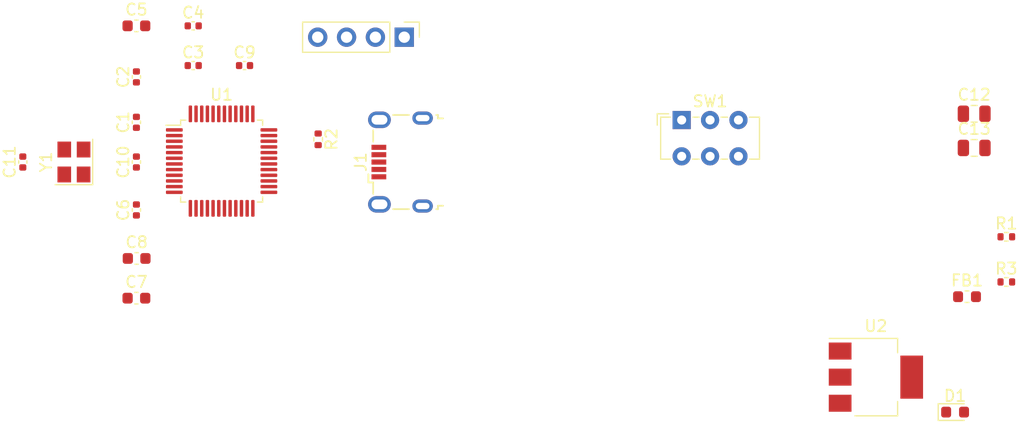
<source format=kicad_pcb>
(kicad_pcb (version 20221018) (generator pcbnew)
  (layers (0 "F.Cu" signal) (31 "B.Cu" power) (34 "B.Paste" user) (35 "F.Paste" user) (36 "B.SilkS" user "B.Silkscreen") (37 "F.SilkS" user "F.Silkscreen") (38 "B.Mask" user) (39 "F.Mask" user) (44 "Edge.Cuts" user))
  (net 0 "")
  (net 1 "+3.3V")
  (net 2 "GND")
  (net 3 "+3.3VA")
  (net 4 "/NRST")
  (net 5 "/HSE_IN")
  (net 6 "/HSE_OUT")
  (net 7 "VBUS")
  (net 8 "Net-(D1-K)")
  (net 9 "/USB_D-")
  (net 10 "/USB_D+")
  (net 13 "/SWDIO")
  (net 14 "/SWCLK")
  (net 15 "Net-(SW1-B)")
  (net 16 "/BOOT0")
  (footprint "Resistor_SMD:R_0402_1005Metric" (layer "F.Cu") (at 169.08 102.57)
    (fp_text reference "R3" (at 0 -1.17) (layer "F.SilkS"))
    (fp_text value "1K5")
    (fp_line (start -0.153641 -0.38) (end 0.153641 -0.38) (stroke (width 0.12)) (layer "F.SilkS"))
    (fp_line (start -0.153641 0.38) (end 0.153641 0.38) (stroke (width 0.12)) (layer "F.SilkS"))
    (pad "1" smd roundrect (at -0.51 0) (size 0.54 0.64) (layers "F.Cu" "F.Paste" "F.Mask") (net 8 "Net-(D1-K)"))
    (pad "2" smd roundrect (at 0.51 0) (size 0.54 0.64) (layers "F.Cu" "F.Paste" "F.Mask") (net 2 "GND"))
  )
  (footprint "Button_Switch_THT:SW_E-Switch_EG1271_SPDT" (layer "F.Cu") (at 140.5 88.3)
    (fp_text reference "SW1" (at 2.5 -1.65) (layer "F.SilkS"))
    (fp_text value "SW_SPDT")
    (fp_line (start -2.15 -0.55) (end -1.15 -0.55) (stroke (width 0.12)) (layer "F.SilkS"))
    (fp_line (start -2.15 0.45) (end -2.15 -0.55) (stroke (width 0.12)) (layer "F.SilkS"))
    (fp_line (start -1.85 -0.25) (end -1 -0.25) (stroke (width 0.12)) (layer "F.SilkS"))
    (fp_line (start -1.85 3.45) (end -1.85 -0.25) (stroke (width 0.12)) (layer "F.SilkS"))
    (fp_line (start -0.97 3.45) (end -1.85 3.45) (stroke (width 0.12)) (layer "F.SilkS"))
    (fp_line (start 1 -0.25) (end 1.53 -0.25) (stroke (width 0.12)) (layer "F.SilkS"))
    (fp_line (start 1.53 3.45) (end 0.97 3.45) (stroke (width 0.12)) (layer "F.SilkS"))
    (fp_line (start 3.47 -0.25) (end 4.03 -0.25) (stroke (width 0.12)) (layer "F.SilkS"))
    (fp_line (start 4.02 3.45) (end 3.47 3.45) (stroke (width 0.12)) (layer "F.SilkS"))
    (fp_line (start 5.97 -0.25) (end 6.85 -0.25) (stroke (width 0.12)) (layer "F.SilkS"))
    (fp_line (start 6.85 -0.25) (end 6.85 3.45) (stroke (width 0.12)) (layer "F.SilkS"))
    (fp_line (start 6.85 3.45) (end 5.98 3.45) (stroke (width 0.12)) (layer "F.SilkS"))
    (pad "1" thru_hole rect (at 0 0) (size 1.6 1.6) (drill 0.8) (layers "*.Cu" "*.Mask") (net 2 "GND"))
    (pad "2" thru_hole circle (at 2.5 0) (size 1.6 1.6) (drill 0.8) (layers "*.Cu" "*.Mask") (net 15 "Net-(SW1-B)"))
    (pad "3" thru_hole circle (at 5 0) (size 1.6 1.6) (drill 0.8) (layers "*.Cu" "*.Mask") (net 1 "+3.3V"))
    (pad "4" thru_hole circle (at 0 3.2) (size 1.6 1.6) (drill 0.8) (layers "*.Cu" "*.Mask"))
    (pad "5" thru_hole circle (at 2.5 3.2) (size 1.6 1.6) (drill 0.8) (layers "*.Cu" "*.Mask"))
    (pad "6" thru_hole circle (at 5 3.2) (size 1.6 1.6) (drill 0.8) (layers "*.Cu" "*.Mask"))
  )
  (footprint "Package_TO_SOT_SMD:SOT-223-3_TabPin2" (layer "F.Cu") (at 157.6 110.96)
    (fp_text reference "U2" (at 0 -4.5) (layer "F.SilkS"))
    (fp_text value "AMS1117-3.3")
    (fp_line (start -4.1 -3.41) (end 1.91 -3.41) (stroke (width 0.12)) (layer "F.SilkS"))
    (fp_line (start -1.85 3.41) (end 1.91 3.41) (stroke (width 0.12)) (layer "F.SilkS"))
    (fp_line (start 1.91 -3.41) (end 1.91 -2.15) (stroke (width 0.12)) (layer "F.SilkS"))
    (fp_line (start 1.91 3.41) (end 1.91 2.15) (stroke (width 0.12)) (layer "F.SilkS"))
    (pad "1" smd rect (at -3.15 -2.3) (size 2 1.5) (layers "F.Cu" "F.Paste" "F.Mask") (net 2 "GND"))
    (pad "2" smd rect (at -3.15 0) (size 2 1.5) (layers "F.Cu" "F.Paste" "F.Mask") (net 1 "+3.3V"))
    (pad "2" smd rect (at 3.15 0) (size 2 3.8) (layers "F.Cu" "F.Paste" "F.Mask") (net 1 "+3.3V"))
    (pad "3" smd rect (at -3.15 2.3) (size 2 1.5) (layers "F.Cu" "F.Paste" "F.Mask") (net 7 "VBUS"))
  )
  (footprint "Capacitor_SMD:C_0805_2012Metric" (layer "F.Cu") (at 166.25 87.75)
    (fp_text reference "C12" (at 0 -1.68) (layer "F.SilkS"))
    (fp_text value "22u")
    (fp_line (start -0.261252 -0.735) (end 0.261252 -0.735) (stroke (width 0.12)) (layer "F.SilkS"))
    (fp_line (start -0.261252 0.735) (end 0.261252 0.735) (stroke (width 0.12)) (layer "F.SilkS"))
    (pad "1" smd roundrect (at -0.95 0) (size 1 1.45) (layers "F.Cu" "F.Paste" "F.Mask") (net 7 "VBUS"))
    (pad "2" smd roundrect (at 0.95 0) (size 1 1.45) (layers "F.Cu" "F.Paste" "F.Mask") (net 2 "GND"))
  )
  (footprint "Capacitor_SMD:C_0402_1005Metric" (layer "F.Cu") (at 102.02 83.5)
    (fp_text reference "C9" (at 0 -1.16) (layer "F.SilkS"))
    (fp_text value "100n" hide)
    (fp_line (start -0.107836 -0.36) (end 0.107836 -0.36) (stroke (width 0.12)) (layer "F.SilkS"))
    (fp_line (start -0.107836 0.36) (end 0.107836 0.36) (stroke (width 0.12)) (layer "F.SilkS"))
    (pad "1" smd roundrect (at -0.48 0) (size 0.56 0.62) (layers "F.Cu" "F.Paste" "F.Mask") (net 4 "/NRST"))
    (pad "2" smd roundrect (at 0.48 0) (size 0.56 0.62) (layers "F.Cu" "F.Paste" "F.Mask") (net 2 "GND"))
  )
  (footprint "Capacitor_SMD:C_0402_1005Metric" (layer "F.Cu") (at 92.5 88.5 90)
    (fp_text reference "C1" (at 0 -1.16 90) (layer "F.SilkS"))
    (fp_text value "100n" hide)
    (fp_line (start -0.107836 -0.36) (end 0.107836 -0.36) (stroke (width 0.12)) (layer "F.SilkS"))
    (fp_line (start -0.107836 0.36) (end 0.107836 0.36) (stroke (width 0.12)) (layer "F.SilkS"))
    (pad "1" smd roundrect (at -0.48 0 90) (size 0.56 0.62) (layers "F.Cu" "F.Paste" "F.Mask") (net 1 "+3.3V"))
    (pad "2" smd roundrect (at 0.48 0 90) (size 0.56 0.62) (layers "F.Cu" "F.Paste" "F.Mask") (net 2 "GND"))
  )
  (footprint "Connector_PinHeader_2.54mm:PinHeader_1x04_P2.54mm_Vertical" (layer "F.Cu") (at 116.08 81 -90)
    (fp_text reference "J2" hide)
    (fp_text value "Conn_01x04_Pin" hide)
    (fp_line (start -1.33 -1.33) (end 0 -1.33) (stroke (width 0.12)) (layer "F.SilkS"))
    (fp_line (start -1.33 0) (end -1.33 -1.33) (stroke (width 0.12)) (layer "F.SilkS"))
    (fp_line (start -1.33 1.27) (end -1.33 8.95) (stroke (width 0.12)) (layer "F.SilkS"))
    (fp_line (start -1.33 1.27) (end 1.33 1.27) (stroke (width 0.12)) (layer "F.SilkS"))
    (fp_line (start -1.33 8.95) (end 1.33 8.95) (stroke (width 0.12)) (layer "F.SilkS"))
    (fp_line (start 1.33 1.27) (end 1.33 8.95) (stroke (width 0.12)) (layer "F.SilkS"))
    (pad "1" thru_hole rect (at 0 0 270) (size 1.7 1.7) (drill 1) (layers "*.Cu" "*.Mask") (net 1 "+3.3V"))
    (pad "2" thru_hole oval (at 0 2.54 270) (size 1.7 1.7) (drill 1) (layers "*.Cu" "*.Mask") (net 13 "/SWDIO"))
    (pad "3" thru_hole oval (at 0 5.08 270) (size 1.7 1.7) (drill 1) (layers "*.Cu" "*.Mask") (net 14 "/SWCLK"))
    (pad "4" thru_hole oval (at 0 7.62 270) (size 1.7 1.7) (drill 1) (layers "*.Cu" "*.Mask") (net 2 "GND"))
  )
  (footprint "Capacitor_SMD:C_0603_1608Metric" (layer "F.Cu") (at 92.5 104)
    (fp_text reference "C7" (at 0 -1.43) (layer "F.SilkS"))
    (fp_text value "1u")
    (fp_line (start -0.14058 -0.51) (end 0.14058 -0.51) (stroke (width 0.12)) (layer "F.SilkS"))
    (fp_line (start -0.14058 0.51) (end 0.14058 0.51) (stroke (width 0.12)) (layer "F.SilkS"))
    (pad "1" smd roundrect (at -0.775 0) (size 0.9 0.95) (layers "F.Cu" "F.Paste" "F.Mask") (net 3 "+3.3VA"))
    (pad "2" smd roundrect (at 0.775 0) (size 0.9 0.95) (layers "F.Cu" "F.Paste" "F.Mask") (net 2 "GND"))
  )
  (footprint "Capacitor_SMD:C_0402_1005Metric" (layer "F.Cu") (at 97.5 83.5)
    (fp_text reference "C3" (at 0 -1.16) (layer "F.SilkS"))
    (fp_text value "100n" hide)
    (fp_line (start -0.107836 -0.36) (end 0.107836 -0.36) (stroke (width 0.12)) (layer "F.SilkS"))
    (fp_line (start -0.107836 0.36) (end 0.107836 0.36) (stroke (width 0.12)) (layer "F.SilkS"))
    (pad "1" smd roundrect (at -0.48 0) (size 0.56 0.62) (layers "F.Cu" "F.Paste" "F.Mask") (net 1 "+3.3V"))
    (pad "2" smd roundrect (at 0.48 0) (size 0.56 0.62) (layers "F.Cu" "F.Paste" "F.Mask") (net 2 "GND"))
  )
  (footprint "Capacitor_SMD:C_0402_1005Metric" (layer "F.Cu") (at 82.5 92 90)
    (fp_text reference "C11" (at 0 -1.16 90) (layer "F.SilkS"))
    (fp_text value "10p" hide)
    (fp_line (start -0.107836 -0.36) (end 0.107836 -0.36) (stroke (width 0.12)) (layer "F.SilkS"))
    (fp_line (start -0.107836 0.36) (end 0.107836 0.36) (stroke (width 0.12)) (layer "F.SilkS"))
    (pad "1" smd roundrect (at -0.48 0 90) (size 0.56 0.62) (layers "F.Cu" "F.Paste" "F.Mask") (net 6 "/HSE_OUT"))
    (pad "2" smd roundrect (at 0.48 0 90) (size 0.56 0.62) (layers "F.Cu" "F.Paste" "F.Mask") (net 2 "GND"))
  )
  (footprint "Capacitor_SMD:C_0402_1005Metric" (layer "F.Cu") (at 92.5 96.225 90)
    (fp_text reference "C6" (at 0 -1.16 90) (layer "F.SilkS"))
    (fp_text value "10n" hide)
    (fp_line (start -0.107836 -0.36) (end 0.107836 -0.36) (stroke (width 0.12)) (layer "F.SilkS"))
    (fp_line (start -0.107836 0.36) (end 0.107836 0.36) (stroke (width 0.12)) (layer "F.SilkS"))
    (pad "1" smd roundrect (at -0.48 0 90) (size 0.56 0.62) (layers "F.Cu" "F.Paste" "F.Mask") (net 3 "+3.3VA"))
    (pad "2" smd roundrect (at 0.48 0 90) (size 0.56 0.62) (layers "F.Cu" "F.Paste" "F.Mask") (net 2 "GND"))
  )
  (footprint "Capacitor_SMD:C_0603_1608Metric" (layer "F.Cu") (at 92.5 80)
    (fp_text reference "C5" (at 0 -1.43) (layer "F.SilkS"))
    (fp_text value "10u" hide)
    (fp_line (start -0.14058 -0.51) (end 0.14058 -0.51) (stroke (width 0.12)) (layer "F.SilkS"))
    (fp_line (start -0.14058 0.51) (end 0.14058 0.51) (stroke (width 0.12)) (layer "F.SilkS"))
    (pad "1" smd roundrect (at -0.775 0) (size 0.9 0.95) (layers "F.Cu" "F.Paste" "F.Mask") (net 1 "+3.3V"))
    (pad "2" smd roundrect (at 0.775 0) (size 0.9 0.95) (layers "F.Cu" "F.Paste" "F.Mask") (net 2 "GND"))
  )
  (footprint "LED_SMD:LED_0603_1608Metric" (layer "F.Cu") (at 164.57 114.04)
    (fp_text reference "D1" (at 0 -1.43) (layer "F.SilkS"))
    (fp_text value "RED")
    (fp_line (start -1.485 -0.735) (end -1.485 0.735) (stroke (width 0.12)) (layer "F.SilkS"))
    (fp_line (start -1.485 0.735) (end 0.8 0.735) (stroke (width 0.12)) (layer "F.SilkS"))
    (fp_line (start 0.8 -0.735) (end -1.485 -0.735) (stroke (width 0.12)) (layer "F.SilkS"))
    (pad "1" smd roundrect (at -0.7875 0) (size 0.875 0.95) (layers "F.Cu" "F.Paste" "F.Mask") (net 8 "Net-(D1-K)"))
    (pad "2" smd roundrect (at 0.7875 0) (size 0.875 0.95) (layers "F.Cu" "F.Paste" "F.Mask") (net 1 "+3.3V"))
  )
  (footprint "Inductor_SMD:L_0603_1608Metric" (layer "F.Cu") (at 165.62 103.87)
    (fp_text reference "FB1" (at 0 -1.43) (layer "F.SilkS"))
    (fp_text value "120R")
    (fp_line (start -0.162779 -0.51) (end 0.162779 -0.51) (stroke (width 0.12)) (layer "F.SilkS"))
    (fp_line (start -0.162779 0.51) (end 0.162779 0.51) (stroke (width 0.12)) (layer "F.SilkS"))
    (pad "1" smd roundrect (at -0.7875 0) (size 0.875 0.95) (layers "F.Cu" "F.Paste" "F.Mask") (net 3 "+3.3VA"))
    (pad "2" smd roundrect (at 0.7875 0) (size 0.875 0.95) (layers "F.Cu" "F.Paste" "F.Mask") (net 1 "+3.3V"))
  )
  (footprint "Capacitor_SMD:C_0402_1005Metric" (layer "F.Cu") (at 92.5 92 90)
    (fp_text reference "C10" (at 0 -1.16 90) (layer "F.SilkS"))
    (fp_text value "10p" hide)
    (fp_line (start -0.107836 -0.36) (end 0.107836 -0.36) (stroke (width 0.12)) (layer "F.SilkS"))
    (fp_line (start -0.107836 0.36) (end 0.107836 0.36) (stroke (width 0.12)) (layer "F.SilkS"))
    (pad "1" smd roundrect (at -0.48 0 90) (size 0.56 0.62) (layers "F.Cu" "F.Paste" "F.Mask") (net 5 "/HSE_IN"))
    (pad "2" smd roundrect (at 0.48 0 90) (size 0.56 0.62) (layers "F.Cu" "F.Paste" "F.Mask") (net 2 "GND"))
  )
  (footprint "Connector_USB:USB_Micro-B_Wuerth_629105150521" (layer "F.Cu") (at 115.745 92.005 90)
    (fp_text reference "J1" (at 0 -3.5 90) (layer "F.SilkS"))
    (fp_text value "USB_B_Micro")
    (fp_line (start -4.15 -0.65) (end -4.15 0.75) (stroke (width 0.15)) (layer "F.SilkS"))
    (fp_line (start -4.15 3.15) (end -4.15 3.3) (stroke (width 0.15)) (layer "F.SilkS"))
    (fp_line (start -4.15 3.3) (end -3.85 3.3) (stroke (width 0.15)) (layer "F.SilkS"))
    (fp_line (start -3.85 3.3) (end -3.85 3.75) (stroke (width 0.15)) (layer "F.SilkS"))
    (fp_line (start -1.8 -2.825) (end -1.8 -2.4) (stroke (width 0.15)) (layer "F.SilkS"))
    (fp_line (start -1.8 -2.4) (end -2.8 -2.4) (stroke (width 0.15)) (layer "F.SilkS"))
    (fp_line (start -1.075 -2.825) (end -1.8 -2.825) (stroke (width 0.15)) (layer "F.SilkS"))
    (fp_line (start 1.8 -2.4) (end 2.8 -2.4) (stroke (width 0.15)) (layer "F.SilkS"))
    (fp_line (start 3.85 3.3) (end 4.15 3.3) (stroke (width 0.15)) (layer "F.SilkS"))
    (fp_line (start 3.85 3.75) (end 3.85 3.3) (stroke (width 0.15)) (layer "F.SilkS"))
    (fp_line (start 4.15 0.75) (end 4.15 -0.65) (stroke (width 0.15)) (layer "F.SilkS"))
    (fp_line (start 4.15 3.3) (end 4.15 3.15) (stroke (width 0.15)) (layer "F.SilkS"))
    (pad "" np_thru_hole oval (at -2.5 -0.8 90) (size 0.8 0.8) (drill 0.8) (layers "*.Cu" "*.Mask"))
    (pad "" np_thru_hole oval (at 2.5 -0.8 90) (size 0.8 0.8) (drill 0.8) (layers "*.Cu" "*.Mask"))
    (pad "1" smd rect (at -1.3 -1.9 90) (size 0.45 1.3) (layers "F.Cu" "F.Paste" "F.Mask") (net 7 "VBUS"))
    (pad "2" smd rect (at -0.65 -1.9 90) (size 0.45 1.3) (layers "F.Cu" "F.Paste" "F.Mask") (net 9 "/USB_D-"))
    (pad "3" smd rect (at 0 -1.9 90) (size 0.45 1.3) (layers "F.Cu" "F.Paste" "F.Mask") (net 10 "/USB_D+"))
    (pad "4" smd rect (at 0.65 -1.9 90) (size 0.45 1.3) (layers "F.Cu" "F.Paste" "F.Mask"))
    (pad "5" smd rect (at 1.3 -1.9 90) (size 0.45 1.3) (layers "F.Cu" "F.Paste" "F.Mask") (net 2 "GND"))
    (pad "6" thru_hole oval (at -3.875 1.95 90) (size 1.15 1.8) (drill oval 0.55 1.2) (layers "*.Cu" "*.Mask"))
    (pad "6" thru_hole oval (at -3.725 -1.85 90) (size 1.45 2) (drill oval 0.85 1.4) (layers "*.Cu" "*.Mask"))
    (pad "6" thru_hole oval (at 3.725 -1.85 90) (size 1.45 2) (drill oval 0.85 1.4) (layers "*.Cu" "*.Mask"))
    (pad "6" thru_hole oval (at 3.875 1.95 90) (size 1.15 1.8) (drill oval 0.55 1.2) (layers "*.Cu" "*.Mask"))
  )
  (footprint "Capacitor_SMD:C_0402_1005Metric" (layer "F.Cu") (at 97.5 80)
    (fp_text reference "C4" (at 0 -1.16) (layer "F.SilkS"))
    (fp_text value "100n" hide)
    (fp_line (start -0.107836 -0.36) (end 0.107836 -0.36) (stroke (width 0.12)) (layer "F.SilkS"))
    (fp_line (start -0.107836 0.36) (end 0.107836 0.36) (stroke (width 0.12)) (layer "F.SilkS"))
    (pad "1" smd roundrect (at -0.48 0) (size 0.56 0.62) (layers "F.Cu" "F.Paste" "F.Mask") (net 1 "+3.3V"))
    (pad "2" smd roundrect (at 0.48 0) (size 0.56 0.62) (layers "F.Cu" "F.Paste" "F.Mask") (net 2 "GND"))
  )
  (footprint "Crystal:Crystal_SMD_3225-4Pin_3.2x2.5mm" (layer "F.Cu") (at 87 92 90)
    (fp_text reference "Y1" (at 0 -2.45 90) (layer "F.SilkS"))
    (fp_text value "16Mhz")
    (fp_line (start -2 -1.65) (end -2 1.65) (stroke (width 0.12)) (layer "F.SilkS"))
    (fp_line (start -2 1.65) (end 2 1.65) (stroke (width 0.12)) (layer "F.SilkS"))
    (pad "1" smd rect (at -1.1 0.85 90) (size 1.4 1.2) (layers "F.Cu" "F.Paste" "F.Mask") (net 5 "/HSE_IN"))
    (pad "2" smd rect (at 1.1 0.85 90) (size 1.4 1.2) (layers "F.Cu" "F.Paste" "F.Mask") (net 2 "GND"))
    (pad "3" smd rect (at 1.1 -0.85 90) (size 1.4 1.2) (layers "F.Cu" "F.Paste" "F.Mask") (net 6 "/HSE_OUT"))
    (pad "4" smd rect (at -1.1 -0.85 90) (size 1.4 1.2) (layers "F.Cu" "F.Paste" "F.Mask") (net 2 "GND"))
  )
  (footprint "Capacitor_SMD:C_0402_1005Metric" (layer "F.Cu") (at 92.5 84.5 90)
    (fp_text reference "C2" (at 0 -1.16 90) (layer "F.SilkS"))
    (fp_text value "100n" hide)
    (fp_line (start -0.107836 -0.36) (end 0.107836 -0.36) (stroke (width 0.12)) (layer "F.SilkS"))
    (fp_line (start -0.107836 0.36) (end 0.107836 0.36) (stroke (width 0.12)) (layer "F.SilkS"))
    (pad "1" smd roundrect (at -0.48 0 90) (size 0.56 0.62) (layers "F.Cu" "F.Paste" "F.Mask") (net 1 "+3.3V"))
    (pad "2" smd roundrect (at 0.48 0 90) (size 0.56 0.62) (layers "F.Cu" "F.Paste" "F.Mask") (net 2 "GND"))
  )
  (footprint "Resistor_SMD:R_0402_1005Metric" (layer "F.Cu") (at 169.08 98.59)
    (fp_text reference "R1" (at 0 -1.17) (layer "F.SilkS"))
    (fp_text value "10k")
    (fp_line (start -0.153641 -0.38) (end 0.153641 -0.38) (stroke (width 0.12)) (layer "F.SilkS"))
    (fp_line (start -0.153641 0.38) (end 0.153641 0.38) (stroke (width 0.12)) (layer "F.SilkS"))
    (pad "1" smd roundrect (at -0.51 0) (size 0.54 0.64) (layers "F.Cu" "F.Paste" "F.Mask") (net 15 "Net-(SW1-B)"))
    (pad "2" smd roundrect (at 0.51 0) (size 0.54 0.64) (layers "F.Cu" "F.Paste" "F.Mask") (net 16 "/BOOT0"))
  )
  (footprint "Capacitor_SMD:C_0805_2012Metric" (layer "F.Cu") (at 166.25 90.76)
    (fp_text reference "C13" (at 0 -1.68) (layer "F.SilkS"))
    (fp_text value "22u")
    (fp_line (start -0.261252 -0.735) (end 0.261252 -0.735) (stroke (width 0.12)) (layer "F.SilkS"))
    (fp_line (start -0.261252 0.735) (end 0.261252 0.735) (stroke (width 0.12)) (layer "F.SilkS"))
    (pad "1" smd roundrect (at -0.95 0) (size 1 1.45) (layers "F.Cu" "F.Paste" "F.Mask") (net 1 "+3.3V"))
    (pad "2" smd roundrect (at 0.95 0) (size 1 1.45) (layers "F.Cu" "F.Paste" "F.Mask") (net 2 "GND"))
  )
  (footprint "Resistor_SMD:R_0402_1005Metric" (layer "F.Cu") (at 108.5 90 -90)
    (fp_text reference "R2" (at 0 -1.17 90) (layer "F.SilkS"))
    (fp_text value "1k5" hide)
    (fp_line (start -0.153641 -0.38) (end 0.153641 -0.38) (stroke (width 0.12)) (layer "F.SilkS"))
    (fp_line (start -0.153641 0.38) (end 0.153641 0.38) (stroke (width 0.12)) (layer "F.SilkS"))
    (pad "1" smd roundrect (at -0.51 0 270) (size 0.54 0.64) (layers "F.Cu" "F.Paste" "F.Mask") (net 1 "+3.3V"))
    (pad "2" smd roundrect (at 0.51 0 270) (size 0.54 0.64) (layers "F.Cu" "F.Paste" "F.Mask") (net 10 "/USB_D+"))
  )
  (footprint "Package_QFP:LQFP-48_7x7mm_P0.5mm" (layer "F.Cu") (at 100 91.92)
    (fp_text reference "U1" (at 0 -5.85) (layer "F.SilkS"))
    (fp_text value "STM32F103C8Tx")
    (fp_line (start -3.61 -3.61) (end -3.61 -3.16) (stroke (width 0.12)) (layer "F.SilkS"))
    (fp_line (start -3.61 -3.16) (end -4.9 -3.16) (stroke (width 0.12)) (layer "F.SilkS"))
    (fp_line (start -3.61 3.61) (end -3.61 3.16) (stroke (width 0.12)) (layer "F.SilkS"))
    (fp_line (start -3.16 -3.61) (end -3.61 -3.61) (stroke (width 0.12)) (layer "F.SilkS"))
    (fp_line (start -3.16 3.61) (end -3.61 3.61) (stroke (width 0.12)) (layer "F.SilkS"))
    (fp_line (start 3.16 -3.61) (end 3.61 -3.61) (stroke (width 0.12)) (layer "F.SilkS"))
    (fp_line (start 3.16 3.61) (end 3.61 3.61) (stroke (width 0.12)) (layer "F.SilkS"))
    (fp_line (start 3.61 -3.61) (end 3.61 -3.16) (stroke (width 0.12)) (layer "F.SilkS"))
    (fp_line (start 3.61 3.61) (end 3.61 3.16) (stroke (width 0.12)) (layer "F.SilkS"))
    (pad "1" smd roundrect (at -4.1625 -2.75) (size 1.475 0.3) (layers "F.Cu" "F.Paste" "F.Mask") (net 1 "+3.3V"))
    (pad "2" smd roundrect (at -4.1625 -2.25) (size 1.475 0.3) (layers "F.Cu" "F.Paste" "F.Mask"))
    (pad "3" smd roundrect (at -4.1625 -1.75) (size 1.475 0.3) (layers "F.Cu" "F.Paste" "F.Mask"))
    (pad "4" smd roundrect (at -4.1625 -1.25) (size 1.475 0.3) (layers "F.Cu" "F.Paste" "F.Mask"))
    (pad "5" smd roundrect (at -4.1625 -0.75) (size 1.475 0.3) (layers "F.Cu" "F.Paste" "F.Mask") (net 5 "/HSE_IN"))
    (pad "6" smd roundrect (at -4.1625 -0.25) (size 1.475 0.3) (layers "F.Cu" "F.Paste" "F.Mask") (net 6 "/HSE_OUT"))
    (pad "7" smd roundrect (at -4.1625 0.25) (size 1.475 0.3) (layers "F.Cu" "F.Paste" "F.Mask") (net 4 "/NRST"))
    (pad "8" smd roundrect (at -4.1625 0.75) (size 1.475 0.3) (layers "F.Cu" "F.Paste" "F.Mask") (net 2 "GND"))
    (pad "9" smd roundrect (at -4.1625 1.25) (size 1.475 0.3) (layers "F.Cu" "F.Paste" "F.Mask") (net 3 "+3.3VA"))
    (pad "10" smd roundrect (at -4.1625 1.75) (size 1.475 0.3) (layers "F.Cu" "F.Paste" "F.Mask"))
    (pad "11" smd roundrect (at -4.1625 2.25) (size 1.475 0.3) (layers "F.Cu" "F.Paste" "F.Mask"))
    (pad "12" smd roundrect (at -4.1625 2.75) (size 1.475 0.3) (layers "F.Cu" "F.Paste" "F.Mask"))
    (pad "13" smd roundrect (at -2.75 4.1625) (size 0.3 1.475) (layers "F.Cu" "F.Paste" "F.Mask"))
    (pad "14" smd roundrect (at -2.25 4.1625) (size 0.3 1.475) (layers "F.Cu" "F.Paste" "F.Mask"))
    (pad "15" smd roundrect (at -1.75 4.1625) (size 0.3 1.475) (layers "F.Cu" "F.Paste" "F.Mask"))
    (pad "16" smd roundrect (at -1.25 4.1625) (size 0.3 1.475) (layers "F.Cu" "F.Paste" "F.Mask"))
    (pad "17" smd roundrect (at -0.75 4.1625) (size 0.3 1.475) (layers "F.Cu" "F.Paste" "F.Mask"))
    (pad "18" smd roundrect (at -0.25 4.1625) (size 0.3 1.475) (layers "F.Cu" "F.Paste" "F.Mask"))
    (pad "19" smd roundrect (at 0.25 4.1625) (size 0.3 1.475) (layers "F.Cu" "F.Paste" "F.Mask"))
    (pad "20" smd roundrect (at 0.75 4.1625) (size 0.3 1.475) (layers "F.Cu" "F.Paste" "F.Mask"))
    (pad "21" smd roundrect (at 1.25 4.1625) (size 0.3 1.475) (layers "F.Cu" "F.Paste" "F.Mask"))
    (pad "22" smd roundrect (at 1.75 4.1625) (size 0.3 1.475) (layers "F.Cu" "F.Paste" "F.Mask"))
    (pad "23" smd roundrect (at 2.25 4.1625) (size 0.3 1.475) (layers "F.Cu" "F.Paste" "F.Mask") (net 2 "GND"))
    (pad "24" smd roundrect (at 2.75 4.1625) (size 0.3 1.475) (layers "F.Cu" "F.Paste" "F.Mask") (net 1 "+3.3V"))
    (pad "25" smd roundrect (at 4.1625 2.75) (size 1.475 0.3) (layers "F.Cu" "F.Paste" "F.Mask"))
    (pad "26" smd roundrect (at 4.1625 2.25) (size 1.475 0.3) (layers "F.Cu" "F.Paste" "F.Mask"))
    (pad "27" smd roundrect (at 4.1625 1.75) (size 1.475 0.3) (layers "F.Cu" "F.Paste" "F.Mask"))
    (pad "28" smd roundrect (at 4.1625 1.25) (size 1.475 0.3) (layers "F.Cu" "F.Paste" "F.Mask"))
    (pad "29" smd roundrect (at 4.1625 0.75) (size 1.475 0.3) (layers "F.Cu" "F.Paste" "F.Mask"))
    (pad "30" smd roundrect (at 4.1625 0.25) (size 1.475 0.3) (layers "F.Cu" "F.Paste" "F.Mask"))
    (pad "31" smd roundrect (at 4.1625 -0.25) (size 1.475 0.3) (layers "F.Cu" "F.Paste" "F.Mask"))
    (pad "32" smd roundrect (at 4.1625 -0.75) (size 1.475 0.3) (layers "F.Cu" "F.Paste" "F.Mask") (net 9 "/USB_D-"))
    (pad "33" smd roundrect (at 4.1625 -1.25) (size 1.475 0.3) (layers "F.Cu" "F.Paste" "F.Mask") (net 10 "/USB_D+"))
    (pad "34" smd roundrect (at 4.1625 -1.75) (size 1.475 0.3) (layers "F.Cu" "F.Paste" "F.Mask") (net 13 "/SWDIO"))
    (pad "35" smd roundrect (at 4.1625 -2.25) (size 1.475 0.3) (layers "F.Cu" "F.Paste" "F.Mask") (net 2 "GND"))
    (pad "36" smd roundrect (at 4.1625 -2.75) (size 1.475 0.3) (layers "F.Cu" "F.Paste" "F.Mask") (net 1 "+3.3V"))
    (pad "37" smd roundrect (at 2.75 -4.1625) (size 0.3 1.475) (layers "F.Cu" "F.Paste" "F.Mask") (net 14 "/SWCLK"))
    (pad "38" smd roundrect (at 2.25 -4.1625) (size 0.3 1.475) (layers "F.Cu" "F.Paste" "F.Mask"))
    (pad "39" smd roundrect (at 1.75 -4.1625) (size 0.3 1.475) (layers "F.Cu" "F.Paste" "F.Mask"))
    (pad "40" smd roundrect (at 1.25 -4.1625) (size 0.3 1.475) (layers "F.Cu" "F.Paste" "F.Mask"))
    (pad "41" smd roundrect (at 0.75 -4.1625) (size 0.3 1.475) (layers "F.Cu" "F.Paste" "F.Mask"))
    (pad "42" smd roundrect (at 0.25 -4.1625) (size 0.3 1.475) (layers "F.Cu" "F.Paste" "F.Mask"))
    (pad "43" smd roundrect (at -0.25 -4.1625) (size 0.3 1.475) (layers "F.Cu" "F.Paste" "F.Mask"))
    (pad "44" smd roundrect (at -0.75 -4.1625) (size 0.3 1.475) (layers "F.Cu" "F.Paste" "F.Mask") (net 16 "/BOOT0"))
    (pad "45" smd roundrect (at -1.25 -4.1625) (size 0.3 1.475) (layers "F.Cu" "F.Paste" "F.Mask"))
    (pad "46" smd roundrect (at -1.75 -4.1625) (size 0.3 1.475) (layers "F.Cu" "F.Paste" "F.Mask"))
    (pad "47" smd roundrect (at -2.25 -4.1625) (size 0.3 1.475) (layers "F.Cu" "F.Paste" "F.Mask") (net 2 "GND"))
    (pad "48" smd roundrect (at -2.75 -4.1625) (size 0.3 1.475) (layers "F.Cu" "F.Paste" "F.Mask") (net 1 "+3.3V"))
  )
  (footprint "Capacitor_SMD:C_0603_1608Metric" (layer "F.Cu") (at 92.52 100.5)
    (fp_text reference "C8" (at 0 -1.43) (layer "F.SilkS"))
    (fp_text value "1u" hide)
    (fp_line (start -0.14058 -0.51) (end 0.14058 -0.51) (stroke (width 0.12)) (layer "F.SilkS"))
    (fp_line (start -0.14058 0.51) (end 0.14058 0.51) (stroke (width 0.12)) (layer "F.SilkS"))
    (pad "1" smd roundrect (at -0.775 0) (size 0.9 0.95) (layers "F.Cu" "F.Paste" "F.Mask") (net 1 "+3.3V"))
    (pad "2" smd roundrect (at 0.775 0) (size 0.9 0.95) (layers "F.Cu" "F.Paste" "F.Mask") (net 2 "GND"))
  )
)
</source>
